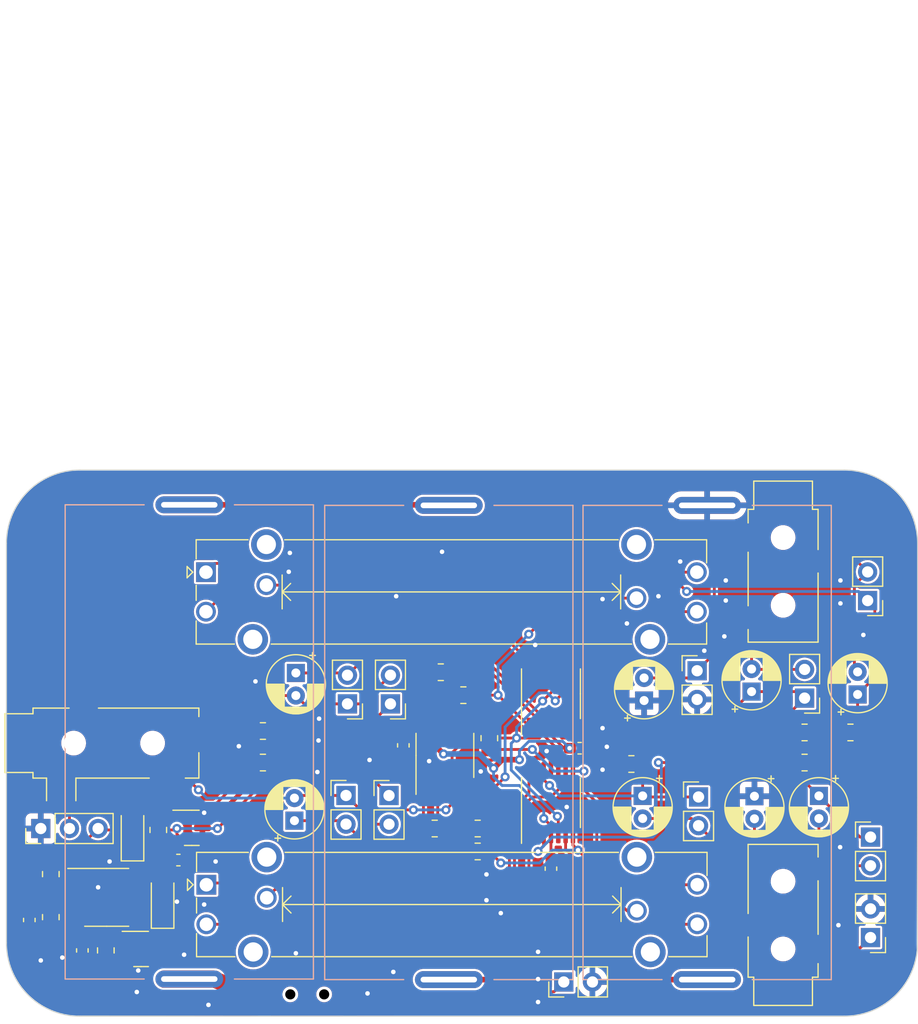
<source format=kicad_pcb>
(kicad_pcb (version 20221018) (generator pcbnew)
  (layers (0 "F.Cu" signal) (31 "B.Cu" signal) (34 "B.Paste" user) (35 "F.Paste" user) (36 "B.SilkS" user "B.Silkscreen") (37 "F.SilkS" user "F.Silkscreen") (38 "B.Mask" user) (39 "F.Mask" user) (44 "Edge.Cuts" user))
  (net 0 "")
  (net 1 "Net-(BT1-+)")
  (net 2 "VEE")
  (net 3 "Net-(BT2-+)")
  (net 4 "Net-(BT3-+)")
  (net 5 "MixR")
  (net 6 "MixL")
  (net 7 "GND")
  (net 8 "MixRef")
  (net 9 "Net-(JP2-A)")
  (net 10 "Net-(JP2-B)")
  (net 11 "Net-(U1A--)")
  (net 12 "Net-(U1B--)")
  (net 13 "Net-(U2A--)")
  (net 14 "Net-(U2B--)")
  (net 15 "Net-(JP7-B)")
  (net 16 "Net-(U4A-+)")
  (net 17 "Net-(JP1-A)")
  (net 18 "Net-(JP1-B)")
  (net 19 "VCC")
  (net 20 "Net-(JP3-A)")
  (net 21 "Net-(JP3-B)")
  (net 22 "Net-(JP5-A)")
  (net 23 "Net-(JP5-B)")
  (net 24 "Net-(JP9-B)")
  (net 25 "Net-(D1-K)")
  (net 26 "Net-(D1-A)")
  (net 27 "Net-(D2-K)")
  (net 28 "Net-(JP8-A)")
  (net 29 "Net-(JP10-A)")
  (net 30 "Net-(JP11-A)")
  (net 31 "InB-L")
  (net 32 "Net-(U3A--)")
  (net 33 "InA-L")
  (net 34 "InA-R")
  (net 35 "Net-(U3B--)")
  (net 36 "InB-R")
  (net 37 "Net-(U1D--)")
  (net 38 "Net-(U1C--)")
  (net 39 "Net-(U2D--)")
  (net 40 "Net-(U2C--)")
  (net 41 "Net-(JP4-A)")
  (net 42 "Net-(JP12-A)")
  (footprint "Connector_PinHeader_2.54mm:PinHeader_1x02_P2.54mm_Vertical" (layer "F.Cu") (at 135.636 103.119)
    (fp_text reference "JP7" hide)
    (fp_text value "Jumper_2_Open" hide)
  )
  (footprint "Resistor_SMD:R_0805_2012Metric_Pad1.20x1.40mm_HandSolder" (layer "F.Cu") (at 128.27 100.203 180)
    (fp_text reference "R4" hide)
    (fp_text value "10k" hide)
  )
  (footprint "Connector_PinHeader_2.54mm:PinHeader_1x02_P2.54mm_Vertical" (layer "F.Cu") (at 139.446 103.124)
    (fp_text reference "JP8" hide)
    (fp_text value "Jumper_2_Open" hide)
  )
  (footprint "Resistor_SMD:R_0805_2012Metric_Pad1.20x1.40mm_HandSolder" (layer "F.Cu") (at 109.474 113.8925 -90)
    (fp_text reference "R16" hide)
    (fp_text value "100k" hide)
  )
  (footprint "Resistor_SMD:R_0805_2012Metric_Pad1.20x1.40mm_HandSolder" (layer "F.Cu") (at 148.336 98.044 90)
    (fp_text reference "R10" hide)
    (fp_text value "100k" hide)
  )
  (footprint "Connector_Audio:C18594" (layer "F.Cu") (at 174.371 113.113 180)
    (fp_text reference "JB1" hide)
    (fp_text value "AudioJack3" hide)
  )
  (footprint "Resistor_SMD:R_0805_2012Metric_Pad1.20x1.40mm_HandSolder" (layer "F.Cu") (at 176.276 100.203 180)
    (fp_text reference "R1" hide)
    (fp_text value "1M" hide)
  )
  (footprint "Potentiometer_THT:Potentiometer_Bourns_PTA3044_Double_Slide" (layer "F.Cu") (at 123.26 111.026)
    (fp_text reference "RV1" hide)
    (fp_text value "100k" hide)
  )
  (footprint "Potentiometer_THT:Potentiometer_Bourns_PTA3044_Double_Slide" (layer "F.Cu") (at 123.225 83.34)
    (fp_text reference "RV2" hide)
    (fp_text value "100k" hide)
  )
  (footprint "Package_SO:SOIC-8_3.9x4.9mm_P1.27mm" (layer "F.Cu") (at 144.399 99.568 90)
    (fp_text reference "U3" hide)
    (fp_text value "LM4808" hide)
  )
  (footprint "Resistor_SMD:R_0805_2012Metric_Pad1.20x1.40mm_HandSolder" (layer "F.Cu") (at 176.276 97.536 180)
    (fp_text reference "R9" hide)
    (fp_text value "1M" hide)
  )
  (footprint "Connector_PinHeader_2.54mm:PinHeader_1x02_P2.54mm_Vertical" (layer "F.Cu") (at 166.878 103.251)
    (fp_text reference "JP2" hide)
    (fp_text value "Jumper_2_Open" hide)
  )
  (footprint "Capacitor_THT:CP_Radial_D5.0mm_P2.00mm" (layer "F.Cu") (at 162.052 94.71 90)
    (fp_text reference "C6" hide)
    (fp_text value "220u" hide)
  )
  (footprint "Resistor_SMD:R_0805_2012Metric_Pad1.20x1.40mm_HandSolder" (layer "F.Cu") (at 114.3485 116.84 90)
    (fp_text reference "R18" hide)
    (fp_text value "100k" hide)
  )
  (footprint "Connector_PinHeader_2.54mm:PinHeader_1x02_P2.54mm_Vertical" (layer "F.Cu") (at 181.864 85.857 180)
    (fp_text reference "JP3" hide)
    (fp_text value "Jumper_2_Open" hide)
  )
  (footprint "Connector_PinHeader_2.54mm:PinHeader_1x02_P2.54mm_Vertical" (layer "F.Cu") (at 182.118 115.702 180)
    (fp_text reference "JP12" hide)
    (fp_text value "Jumper_2_Open" hide)
  )
  (footprint "Connector_PinHeader_2.54mm:PinHeader_1x02_P2.54mm_Vertical" (layer "F.Cu") (at 154.935 119.634 90)
    (fp_text reference "JP11" hide)
    (fp_text value "Jumper_2_Open" hide)
  )
  (footprint "Resistor_SMD:R_0805_2012Metric_Pad1.20x1.40mm_HandSolder" (layer "F.Cu") (at 147.304 108.077 180)
    (fp_text reference "R7" hide)
    (fp_text value "100k" hide)
  )
  (footprint "Resistor_SMD:R_0805_2012Metric_Pad1.20x1.40mm_HandSolder" (layer "F.Cu") (at 160.925 100.33)
    (fp_text reference "R3" hide)
    (fp_text value "1M" hide)
  )
  (footprint "Connector_PinHeader_2.54mm:PinHeader_1x02_P2.54mm_Vertical" (layer "F.Cu") (at 166.751 92.07)
    (fp_text reference "JP4" hide)
    (fp_text value "Jumper_2_Open" hide)
  )
  (footprint "Connector_PinHeader_2.54mm:PinHeader_1x02_P2.54mm_Vertical" (layer "F.Cu") (at 135.763 95.006 180)
    (fp_text reference "JP9" hide)
    (fp_text value "Jumper_2_Open" hide)
  )
  (footprint "Package_SO:TSSOP-14_4.4x5mm_P0.65mm" (layer "F.Cu") (at 153.797 94.107 90)
    (fp_text reference "U2" hide)
    (fp_text value "TLV9064" hide)
  )
  (footprint "Resistor_SMD:R_0805_2012Metric_Pad1.20x1.40mm_HandSolder" (layer "F.Cu") (at 109.474 110.0825 -90)
    (fp_text reference "R17" hide)
    (fp_text value "100k" hide)
  )
  (footprint "Connector_Audio:Jack_3.5mm_CUI_SJ-3524-SMT_Horizontal" (layer "F.Cu") (at 113.995 98.4805 90)
    (fp_text reference "J1" hide)
    (fp_text value "AudioJack3_Ground" hide)
  )
  (footprint "Resistor_SMD:R_0805_2012Metric_Pad1.20x1.40mm_HandSolder" (layer "F.Cu") (at 147.304 106.045 180)
    (fp_text reference "R2" hide)
    (fp_text value "100k" hide)
  )
  (footprint "Resistor_SMD:R_0805_2012Metric_Pad1.20x1.40mm_HandSolder" (layer "F.Cu") (at 146.034 94.234 180)
    (fp_text reference "R11" hide)
    (fp_text value "100k" hide)
  )
  (footprint "Capacitor_SMD:C_0603_1608Metric_Pad1.08x0.95mm_HandSolder" (layer "F.Cu") (at 107.569 114.1465 -90)
    (fp_text reference "C3" hide)
    (fp_text value "100n" hide)
  )
  (footprint "Button_Switch_SMD:C128955" (layer "F.Cu") (at 132.197 120.734 180)
    (fp_text reference "SW1" hide)
    (fp_text value "SW_SPDT" hide)
  )
  (footprint "Resistor_SMD:R_0805_2012Metric_Pad1.20x1.40mm_HandSolder" (layer "F.Cu") (at 128.27 97.409 180)
    (fp_text reference "R5" hide)
    (fp_text value "10k" hide)
  )
  (footprint "Capacitor_THT:CP_Radial_D5.0mm_P2.00mm" (layer "F.Cu") (at 180.975 94.173113 90)
    (fp_text reference "C10" hide)
    (fp_text value "220u" hide)
  )
  (footprint "Connector_PinHeader_2.54mm:PinHeader_1x02_P2.54mm_Vertical" (layer "F.Cu") (at 139.573 95.006 180)
    (fp_text reference "JP10" hide)
    (fp_text value "Jumper_2_Open" hide)
  )
  (footprint "Capacitor_THT:CP_Radial_D5.0mm_P2.00mm" (layer "F.Cu") (at 171.577 93.919112 90)
    (fp_text reference "C11" hide)
    (fp_text value "220u" hide)
  )
  (footprint "Package_TO_SOT_SMD:SOT-23" (layer "F.Cu") (at 121.9685 105.984)
    (fp_text reference "Q1" hide)
    (fp_text value "MMBT3904" hide)
  )
  (footprint "Diode_SMD:D_SOD-123" (layer "F.Cu") (at 116.713 106.553 90)
    (fp_text reference "D1" hide)
    (fp_text value "1N4148" hide)
  )
  (footprint "Capacitor_THT:CP_Radial_D5.0mm_P2.00mm" (layer "F.Cu") (at 131.191 92.267888 -90)
    (fp_text reference "C13" hide)
    (fp_text value "220u" hide)
  )
  (footprint "Diode_SMD:D_SOD-123" (layer "F.Cu") (at 119.38 112.522 90)
    (fp_text reference "D2" hide)
    (fp_text value "1N4148" hide)
  )
  (footprint "Capacitor_THT:CP_Radial_D5.0mm_P2.00mm" (layer "F.Cu") (at 131.064 105.349113 90)
    (fp_text reference "C2" hide)
    (fp_text value "220u" hide)
  )
  (footprint "Package_SO:SOIC-8_3.9x4.9mm_P1.27mm" (layer "F.Cu") (at 114.427 112.141)
    (fp_text reference "U4" hide)
    (fp_text value "LM358" hide)
  )
  (footprint "Resistor_SMD:R_0805_2012Metric_Pad1.20x1.40mm_HandSolder" (layer "F.Cu") (at 180.34 97.536)
    (fp_text reference "R8" hide)
    (fp_text value "1M" hide)
  )
  (footprint "Capacitor_SMD:C_0603_1608Metric_Pad1.08x0.95mm_HandSolder" (layer "F.Cu") (at 140.716 98.679 90)
    (fp_text reference "C8" hide)
    (fp_text value "100n" hide)
  )
  (footprint "Connector_PinHeader_2.54mm:PinHeader_1x02_P2.54mm_Vertical" (layer "F.Cu") (at 182.118 106.802)
    (fp_text reference "JP1" hide)
    (fp_text value "Jumper_2_Open" hide)
  )
  (footprint "Capacitor_THT:CP_Radial_D5.0mm_P2.00mm" (layer "F.Cu") (at 177.546 103.156 -90)
    (fp_text reference "C5" hide)
    (fp_text value "220u" hide)
  )
  (footprint "Capacitor_SMD:C_0603_1608Metric_Pad1.08x0.95mm_HandSolder" (layer "F.Cu") (at 153.797 109.601 90)
    (fp_text reference "C7" hide)
    (fp_text value "100n" hide)
  )
  (footprint "Capacitor_SMD:C_0603_1608Metric_Pad1.08x0.95mm_HandSolder" (layer "F.Cu") (at 112.268 116.84 -90)
    (fp_text reference "C4" hide)
    (fp_text value "100n" hide)
  )
  (footprint "Resistor_SMD:R_0805_2012Metric_Pad1.20x1.40mm_HandSolder" (layer "F.Cu") (at 143.494 106.045 180)
    (fp_text reference "R6" hide)
    (fp_text value "100k" hide)
  )
  (footprint "Resistor_SMD:R_0805_2012Metric_Pad1.20x1.40mm_HandSolder" (layer "F.Cu") (at 144.034 92.202 180)
    (fp_text reference "R12" hide)
    (fp_text value "100k" hide)
  )
  (footprint "Capacitor_SMD:C_0603_1608Metric_Pad1.08x0.95mm_HandSolder" (layer "F.Cu") (at 120.777 108.839)
    (fp_text reference "C14" hide)
    (fp_text value "100n" hide)
  )
  (footprint "Connector_PinHeader_2.54mm:PinHeader_1x03_P2.54mm_Vertical" (layer "F.Cu") (at 108.585 106.045 90)
    (fp_text reference "JP6" hide)
    (fp_text value "Jumper_3_Open" hide)
  )
  (footprint "Package_TO_SOT_SMD:SOT-23" (layer "F.Cu") (at 117.475 116.713)
    (fp_text reference "Q2" hide)
    (fp_text value "MMBT3906" hide)
  )
  (footprint "Connector_Audio:C18594" (layer "F.Cu") (at 174.371 83.876)
    (fp_text reference "JB2" hide)
    (fp_text value "AudioJack3" hide)
  )
  (footprint "Resistor_SMD:R_0805_2012Metric_Pad1.20x1.40mm_HandSolder" (layer "F.Cu") (at 118.999 106.172 -90)
    (fp_text reference "R19" hide)
    (fp_text value "100k" hide)
  )
  (footprint "Package_SO:TSSOP-14_4.4x5mm_P0.65mm" (layer "F.Cu") (at 153.797 103.759 90)
    (fp_text reference "U1" hide)
    (fp_text value "TLV9064" hide)
  )
  (footprint "Capacitor_THT:CP_Radial_D5.0mm_P2.00mm" (layer "F.Cu") (at 171.831 103.184888 -90)
    (fp_text reference "C9" hide)
    (fp_text value "220u" hide)
  )
  (footprint "Connector_PinHeader_2.54mm:PinHeader_1x02_P2.54mm_Vertical" (layer "F.Cu") (at 176.276 94.493 180)
    (fp_text reference "JP5" hide)
    (fp_text value "Jumper_2_Open" hide)
  )
  (footprint "Capacitor_SMD:C_0603_1608Metric_Pad1.08x0.95mm_HandSolder" (layer "F.Cu") (at 156.337 98.933 180)
    (fp_text reference "C12" hide)
    (fp_text value "100n" hide)
  )
  (footprint "Capacitor_THT:CP_Radial_D5.0mm_P2.00mm" (layer "F.Cu") (at 161.925 103.156 -90)
    (fp_text reference "C1" hide)
    (fp_text value "220u" hide)
  )
  (footprint "Battery:Ni-Cd" (layer "B.Cu") (at 121.745 98.375 90)
    (fp_text reference "BT3" hide)
    (fp_text value "PKCELL SC2200mAh 37E1731 NI-CD" hide)
  )
  (footprint "Battery:Ni-Cd" (layer "B.Cu") (at 167.64 98.425 90)
    (fp_text reference "BT1" hide)
    (fp_text value "PKCELL SC2200mAh 37E1731 NI-CD" hide)
  )
  (footprint "Battery:Ni-Cd" (layer "B.Cu") (at 144.745 98.425 -90)
    (fp_text reference "BT2" hide)
    (fp_text value "PKCELL SC2200mAh 37E1731 NI-CD" hide)
  )
  (gr_line (start 105.537 116.166) (end 105.537 80.795) (stroke (width 0.1)) (layer "Edge.Cuts"))
  (gr_line (start 112.037 74.295) (end 179.792999 74.295) (stroke (width 0.1)) (layer "Edge.Cuts"))
  (gr_arc (start 179.792999 74.295) (mid 184.389193 76.198806) (end 186.292999 80.795) (stroke (width 0.1)) (layer "Edge.Cuts"))
  (gr_arc (start 105.537 80.795) (mid 107.440806 76.198806) (end 112.037 74.295) (stroke (width 0.1)) (layer "Edge.Cuts"))
  (gr_line (start 186.292999 80.795) (end 186.292999 116.166) (stroke (width 0.1)) (layer "Edge.Cuts"))
  (gr_line (start 179.792999 122.666) (end 112.037 122.666) (stroke (width 0.1)) (layer "Edge.Cuts"))
  (gr_arc (start 186.292999 116.166) (mid 184.389193 120.762194) (end 179.792999 122.666) (stroke (width 0.1)) (layer "Edge.Cuts"))
  (gr_arc (start 112.037 122.666) (mid 107.440806 120.762194) (end 105.537 116.166) (stroke (width 0.1)) (layer "Edge.Cuts"))
  (segment (start 144.745 119.425) (end 150.704 119.425) (width 0.5) (layer "F.Cu") (net 1))
  (segment (start 152.146 117.983) (end 158.242 117.983) (width 0.5) (layer "F.Cu") (net 1))
  (segment (start 158.242 117.983) (end 159.684 119.425) (width 0.5) (layer "F.Cu") (net 1))
  (segment (start 159.684 119.425) (end 167.64 119.425) (width 0.5) (layer "F.Cu") (net 1))
  (segment (start 150.704 119.425) (end 152.146 117.983) (width 0.5) (layer "F.Cu") (net 1))
  (via (at 110.49 117.475) (size 0.8) (drill 0.4) (layers "F.Cu" "B.Cu") (net 2))
  (via (at 131.191 117.094) (size 0.8) (drill 0.4) (layers "F.Cu" "B.Cu") (net 2))
  (via (at 152.654 121.412) (size 0.8) (drill 0.4) (layers "F.Cu" "B.Cu") (net 2))
  (via (at 139.827 118.745) (size 0.8) (drill 0.4) (layers "F.Cu" "B.Cu") (net 2))
  (via (at 179.451 84.074) (size 0.8) (drill 0.4) (layers "F.Cu" "B.Cu") (net 2))
  (via (at 148.082 110.109) (size 0.8) (drill 0.4) (layers "F.Cu" "B.Cu") (net 2))
  (via (at 120.65 112.522) (size 0.8) (drill 0.4) (layers "F.Cu" "B.Cu") (net 2))
  (via (at 140.081 85.471) (size 0.8) (drill 0.4) (layers "F.Cu" "B.Cu") (net 2))
  (via (at 163.322 85.471) (size 0.8) (drill 0.4) (layers "F.Cu" "B.Cu") (net 2))
  (via (at 117.094 120.523) (size 0.8) (drill 0.4) (layers "F.Cu" "B.Cu") (net 2))
  (via (at 133.1976 98.2472) (size 0.8) (drill 0.4) (layers "F.Cu" "B.Cu") (net 2))
  (via (at 169.291 84.074) (size 0.8) (drill 0.4) (layers "F.Cu" "B.Cu") (net 2))
  (via (at 123.444 121.666) (size 0.8) (drill 0.4) (layers "F.Cu" "B.Cu") (net 2))
  (via (at 127.6096 93.0148) (size 0.8) (drill 0.4) (layers "F.Cu" "B.Cu") (net 2))
  (via (at 148.082 112.395) (size 0.8) (drill 0.4) (layers "F.Cu" "B.Cu") (net 2))
  (via (at 152.654 119.38) (size 0.8) (drill 0.4) (layers "F.Cu" "B.Cu") (net 2))
  (via (at 133.2484 96.3168) (size 0.8) (drill 0.4) (layers "F.Cu" "B.Cu") (net 2))
  (via (at 181.483 88.9) (size 0.8) (drill 0.4) (layers "F.Cu" "B.Cu") (net 2))
  (via (at 117.221 118.618) (size 0.8) (drill 0.4) (layers "F.Cu" "B.Cu") (net 2))
  (via (at 158.369 97.155) (size 0.8) (drill 0.4) (layers "F.Cu" "B.Cu") (net 2))
  (via (at 114.681 108.966) (size 0.8) (drill 0.4) (layers "F.Cu" "B.Cu") (net 2))
  (via (at 121.285 117.221) (size 0.8) (drill 0.4) (layers "F.Cu" "B.Cu") (net 2))
  (via (at 130.560299 83.307701) (size 0.8) (drill 0.4) (layers "F.Cu" "B.Cu") (net 2))
  (via (at 123.063 112.776) (size 0.8) (drill 0.4) (layers "F.Cu" "B.Cu") (net 2))
  (via (at 153.416 99.187) (size 0.8) (drill 0.4) (layers "F.Cu" "B.Cu") (net 2))
  (via (at 137.7188 99.9744) (size 0.8) (drill 0.4) (layers "F.Cu" "B.Cu") (net 2))
  (via (at 155.194 104.14) (size 0.8) (drill 0.4) (layers "F.Cu" "B.Cu") (net 2))
  (via (at 149.352 113.538) (size 0.8) (drill 0.4) (layers "F.Cu" "B.Cu") (net 2))
  (via (at 130.6576 81.6356) (size 0.8) (drill 0.4) (layers "F.Cu" "B.Cu") (net 2))
  (via (at 124.079 108.966) (size 0.8) (drill 0.4) (layers "F.Cu" "B.Cu") (net 2))
  (via (at 179.4256 107.696) (size 0.8) (drill 0.4) (layers "F.Cu" "B.Cu") (net 2))
  (via (at 152.654 116.967) (size 0.8) (drill 0.4) (layers "F.Cu" "B.Cu") (net 2))
  (via (at 165.2524 82.3976) (size 0.8) (drill 0.4) (layers "F.Cu" "B.Cu") (net 2))
  (via (at 133.096 101.0412) (size 0.8) (drill 0.4) (layers "F.Cu" "B.Cu") (net 2))
  (via (at 147.574 100.9904) (size 0.8) (drill 0.4) (layers "F.Cu" "B.Cu") (net 2))
  (via (at 152.4 89.789) (size 0.8) (drill 0.4) (layers "F.Cu" "B.Cu") (net 2))
  (via (at 169.291 85.852) (size 0.8) (drill 0.4) (layers "F.Cu" "B.Cu") (net 2))
  (via (at 137.541 120.65) (size 0.8) (drill 0.4) (layers "F.Cu" "B.Cu") (net 2))
  (via (at 158.369 85.725) (size 0.8) (drill 0.4) (layers "F.Cu" "B.Cu") (net 2))
  (via (at 113.665 111.252) (size 0.8) (drill 0.4) (layers "F.Cu" "B.Cu") (net 2))
  (via (at 179.2732 114.6048) (size 0.8) (drill 0.4) (layers "F.Cu" "B.Cu") (net 2))
  (via (at 167.386 90.297) (size 0.8) (drill 0.4) (layers "F.Cu" "B.Cu") (net 2))
  (via (at 108.585 117.729) (size 0.8) (drill 0.4) (layers "F.Cu" "B.Cu") (net 2))
  (via (at 169.164 89.027) (size 0.8) (drill 0.4) (layers "F.Cu" "B.Cu") (net 2))
  (via (at 143.002 100.076) (size 0.8) (drill 0.4) (layers "F.Cu" "B.Cu") (net 2))
  (via (at 126.1364 98.7552) (size 0.8) (drill 0.4) (layers "F.Cu" "B.Cu") (net 2))
  (via (at 179.451 86.106) (size 0.8) (drill 0.4) (layers "F.Cu" "B.Cu") (net 2))
  (via (at 144.145 81.534) (size 0.8) (drill 0.4) (layers "F.Cu" "B.Cu") (net 2))
  (via (at 123.063 104.648) (size 0.8) (drill 0.4) (layers "F.Cu" "B.Cu") (net 2))
  (via (at 158.75 98.806) (size 0.8) (drill 0.4) (layers "F.Cu" "B.Cu") (net 2))
  (via (at 158.369 100.838) (size 0.8) (drill 0.4) (layers "F.Cu" "B.Cu") (net 2))
  (via (at 160.528 87.884) (size 0.8) (drill 0.4) (layers "F.Cu" "B.Cu") (net 2))
  (segment (start 121.745 77.375) (end 144.695 77.375) (width 0.5) (layer "F.Cu") (net 3))
  (segment (start 144.695 77.375) (end 144.745 77.425) (width 0.25) (layer "F.Cu") (net 3))
  (segment (start 123.947 119.375) (end 121.745 119.375) (width 0.508) (layer "F.Cu") (net 4))
  (segment (start 135.773 94.996) (end 135.763 95.006) (width 0.25) (layer "F.Cu") (net 5))
  (segment (start 135.763 95.006) (end 131.929112 95.006) (width 0.25) (layer "F.Cu") (net 5))
  (segment (start 137.033 95.006) (end 139.573 92.466) (width 0.25) (layer "F.Cu") (net 5))
  (segment (start 112.907612 94.267888) (end 112.395 94.7805) (width 0.25) (layer "F.Cu") (net 5))
  (segment (start 131.191 94.267888) (end 112.907612 94.267888) (width 0.25) (layer "F.Cu") (net 5))
  (segment (start 131.929112 95.006) (end 131.191 94.267888) (width 0.25) (layer "F.Cu") (net 5))
  (segment (start 135.763 95.006) (end 137.033 95.006) (width 0.25) (layer "F.Cu") (net 5))
  (segment (start 122.555 102.616) (end 122.1195 102.1805) (width 0.25) (layer "F.Cu") (net 6))
  (segment (start 135.636 103.119) (end 131.294113 103.119) (width 0.25) (layer "F.Cu") (net 6))
  (segment (start 138.181 105.664) (end 135.636 103.119) (width 0.25) (layer "F.Cu") (net 6))
  (segment (start 139.446 105.664) (end 138.181 105.664) (width 0.25) (layer "F.Cu") (net 6))
  (segment (start 122.1195 102.1805) (end 119.795 102.1805) (width 0.25) (layer "F.Cu") (net 6))
  (segment (start 131.294113 103.119) (end 131.064 103.349113) (width 0.25) (layer "F.Cu") (net 6))
  (via (at 122.555 102.616) (size 0.8) (drill 0.4) (layers "F.Cu" "B.Cu") (net 6))
  (segment (start 123.288113 103.349113) (end 122.555 102.616) (width 0.25) (layer "B.Cu") (net 6))
  (segment (start 131.064 103.349113) (end 123.542113 103.349113) (width 0.25) (layer "B.Cu") (net 6))
  (segment (start 123.542113 103.349113) (end 123.288113 103.349113) (width 0.25) (layer "B.Cu") (net 6))
  (segment (start 174.625 98.933) (end 177.276 98.933) (width 0.25) (layer "F.Cu") (net 7))
  (segment (start 154.447 99.958) (end 154.447 100.8965) (width 0.25) (layer "F.Cu") (net 7))
  (segment (start 112.268 115.9775) (end 113.252 114.9935) (width 0.25) (layer "F.Cu") (net 7))
  (segment (start 110.977 111.506) (end 111.952 111.506) (width 0.25) (layer "F.Cu") (net 7))
  (segment (start 144.4885 104.394) (end 145.034 103.8485) (width 0.25) (layer "F.Cu") (net 7))
  (segment (start 154.447 105.044) (end 154.447 106.6215) (width 0.25) (layer "F.Cu") (net 7))
  (segment (start 174.253 99.305) (end 174.625 98.933) (width 0.25) (layer "F.Cu") (net 7))
  (segment (start 177.276 100.203) (end 177.276 98.933) (width 0.25) (layer "F.Cu") (net 7))
  (segment (start 154.571 99.834) (end 154.571 99.203396) (width 0.25) (layer "F.Cu") (net 7))
  (segment (start 120.65 106.045) (end 120.65 106.553) (width 0.25) (layer "F.Cu") (net 7))
  (segment (start 113.792 106.172) (end 113.665 106.045) (width 0.25) (layer "F.Cu") (net 7))
  (segment (start 146.304 98.068) (end 145.034 99.338) (width 0.25) (layer "F.Cu") (net 7))
  (segment (start 113.252 114.9935) (end 113.252 112.429248) (width 0.25) (layer "F.Cu") (net 7))
  (segment (start 110.652 109.058) (end 110.652 111.181) (width 0.25) (layer "F.Cu") (net 7))
  (segment (start 113.252 112.429248) (end 112.328752 111.506) (width 0.25) (layer "F.Cu") (net 7))
  (segment (start 153.147 96.9695) (end 153.147 97.658042) (width 0.25) (layer "F.Cu") (net 7))
  (segment (start 152.773042 98.032) (end 150.749 98.032) (width 0.25) (layer "F.Cu") (net 7))
  (segment (start 153.147 97.779396) (end 153.147 96.9695) (width 0.25) (layer "F.Cu") (net 7))
  (segment (start 120.65 106.045) (end 120.523 106.172) (width 0.25) (layer "F.Cu") (net 7))
  (segment (start 179.34 97.536) (end 177.276 97.536) (width 0.25) (layer "F.Cu") (net 7))
  (segment (start 159.925 100.33) (end 159.429 99.834) (width 0.25) (layer "F.Cu") (net 7))
  (segment (start 128.434 101.854) (end 136.652 101.854) (width 0.25) (layer "F.Cu") (net 7))
  (segment (start 116.5375 117.663) (end 115.7895 116.915) (width 0.25) (layer "F.Cu") (net 7))
  (segment (start 115.7895 116.915) (end 113.2055 116.915) (width 0.25) (layer "F.Cu") (net 7))
  (segment (start 124.243 106.045) (end 128.434 101.854) (width 0.25) (layer "F.Cu") (net 7))
  (segment (start 154.571 99.203396) (end 153.147 97.779396) (width 0.25) (layer "F.Cu") (net 7))
  (segment (start 146.304 97.093) (end 146.304 98.068) (width 0.25) (layer "F.Cu") (net 7))
  (segment (start 137.287 103.12462) (end 138.55638 104.394) (width 0.25) (layer "F.Cu") (net 7))
  (segment (start 145.034 99.338) (end 145.034 102.043) (width 0.25) (layer "F.Cu") (net 7))
  (segment (start 154.3685 104.9655) (end 154.447 105.044) (width 0.25) (layer "F.Cu") (net 7))
  (segment (start 159.429 99.834) (end 154.772 99.834) (width 0.25) (layer "F.Cu") (net 7))
  (segment (start 177.276 98.933) (end 177.276 97.536) (width 0.25) (layer "F.Cu") (net 7))
  (segment (start 153.147 97.658042) (end 152.773042 98.032) (width 0.25) (layer "F.Cu") (net 7))
  (segment (start 120.523 106.172) (end 113.792 106.172) (width 0.25) (layer "F.Cu") (net 7))
  (segment (start 136.652 101.854) (end 137.287 102.489) (width 0.25) (layer "F.Cu") (net 7))
  (segment (start 150.749 98.032) (end 147.243 98.032) (width 0.25) (layer "F.Cu") (net 7))
  (segment (start 159.925 100.33) (end 160.95 99.305) (width 0.25) (layer "F.Cu") (net 7))
  (segment (start 112.328752 111.506) (end 111.952 111.506) (width 0.25) (layer "F.Cu") (net 7))
  (segment (start 154.447 93.3675) (end 153.05805 94.75645) (width 0.25) (layer "F.Cu") (net 7))
  (segment (start 113.2055 116.915) (end 112.268 115.9775) (width 0.25) (layer "F.Cu") (net 7))
  (segment (start 154.772 99.834) (end 154.571 99.834) (width 0.25) (layer "F.Cu") (net 7))
  (segment (start 160.95 99.305) (end 174.253 99.305) (width 0.25) (layer "F.Cu") (net 7))
  (segment (start 147.243 98.032) (end 146.304 97.093) (width 0.25) (layer "F.Cu") (net 7))
  (segment (start 113.665 106.045) (end 110.652 109.058) (width 0.25) (layer "F.Cu") (net 7))
  (segment (start 138.55638 104.394) (end 141.605 104.394) (width 0.25) (layer "F.Cu") (net 7))
  (segment (start 110.652 111.181) (end 110.977 111.506) (width 0.25) (layer "F.Cu") (net 7))
  (segment (start 154.571 99.834) (end 154.447 99.958) (width 0.25) (layer "F.Cu") (net 7))
  (segment (start 145.034 103.8485) (end 145.034 102.043) (width 0.25) (layer "F.Cu") (net 7))
  (segment (start 154.447 91.2445) (end 154.447 93.3675) (width 0.25) (layer "F.Cu") (net 7))
  (segment (start 120.65 106.553) (end 121.031 106.934) (width 0.25) (layer "F.Cu") (net 7))
  (segment (start 137.287 102.489) (end 137.287 103.12462) (width 0.25) (layer "F.Cu") (net 7))
  (via (at 150.749 98.032) (size 0.8) (drill 0.4) (layers "F.Cu" "B.Cu") (net 7))
  (via (at 153.05805 94.75645) (size 0.8) (drill 0.4) (layers "F.Cu" "B.Cu") (net 7))
  (via (at 124.243 106.045) (size 0.8) (drill 0.4) (layers "F.Cu" "B.Cu") (net 7))
  (via (at 144.4885 104.394) (size 0.8) (drill 0.4) (layers "F.Cu" "B.Cu") (net 7))
  (via (at 154.3685 104.9655) (size 0.8) (drill 0.4) (layers "F.Cu" "B.Cu") (net 7))
  (via (at 120.65 106.045) (size 0.8) (drill 0.4) (layers "F.Cu" "B.Cu") (net 7))
  (via (at 141.605 104.394) (size 0.8) (drill 0.4) (layers "F.Cu" "B.Cu") (net 7))
  (segment (start 150.278 98.503) (end 150.749 98.032) (width 0.25) (layer "B.Cu") (net 7))
  (segment (start 150.749 97.0655) (end 150.749 98.032) (width 0.25) (layer "B.Cu") (net 7))
  (segment (start 141.605 104.394) (end 144.4885 104.394) (width 0.25) (layer "B.Cu") (net 7))
  (segment (start 150.278 100.875) (end 150.278 98.503) (width 0.25) (layer "B.Cu") (net 7))
  (segment (start 153.05805 94.75645) (end 150.749 97.0655) (width 0.25) (layer "B.Cu") (net 7))
  (segment (start 120.65 106.045) (end 124.243 106.045) (width 0.25) (layer "B.Cu") (net 7))
  (segment (start 154.3685 104.9655) (end 150.278 100.875) (width 0.25) (layer "B.Cu") (net 7))
  (segment (start 124.0595 103.9055) (end 127.27 100.695) (width 0.25) (layer "F.Cu") (net 8))
  (segment (start 127.27 97.409) (end 127.27 100.203) (width 0.25) (layer "F.Cu") (net 8))
  (segment (start 111.88625 103.9055) (end 124.0595 103.9055) (width 0.25) (layer "F.Cu") (net 8))
  (segment (start 110.395 102.1805) (end 110.395 102.41425) (width 0.25) (layer "F.Cu") (net 8))
  (segment (start 127.27 100.695) (end 127.27 100.203) (width 0.25) (layer "F.Cu") (net 8))
  (segment (start 111.125 102.9105) (end 111.125 106.045) (width 0.25) (layer "F.Cu") (net 8))
  (segment (start 110.395 102.1805) (end 111.125 102.9105) (width 0.25) (layer "F.Cu") (net 8))
  (segment (start 110.395 102.41425) (end 111.88625 103.9055) (width 0.25) (layer "F.Cu") (net 8))
  (segment (start 153.147 101.712) (end 153.147 100.8965) (width 0.25) (layer "F.Cu") (net 9))
  (segment (start 161.925 103.156) (end 161.925 100.33) (width 0.25) (layer "F.Cu") (net 9))
  (segment (start 166.878 103.251) (end 162.02 103.251) (width 0.25) (layer "F.Cu") (net 9))
  (segment (start 153.67 102.235) (end 153.147 101.712) (width 0.25) (layer "F.Cu") (net 9))
  (segment (start 162.02 103.251) (end 161.925 103.156) (width 0.25) (layer "F.Cu") (net 9))
  (via (at 153.67 102.235) (size 0.8) (drill 0.4) (layers "F.Cu" "B.Cu") (net 9))
  (segment (start 154.591 103.156) (end 161.925 103.156) (width 0.25) (layer "B.Cu") (net 9))
  (segment (start 153.67 102.235) (end 154.591 103.156) (width 0.25) (layer "B.Cu") (net 9))
  (segment (start 161.925 105.156) (end 166.243 105.156) (width 0.25) (layer "F.Cu") (net 10))
  (segment (start 166.878 105.791) (end 170.371 109.284) (width 0.25) (layer "F.Cu") (net 10))
  (segment (start 166.243 105.156) (end 166.878 105.791) (width 0.25) (layer "F.Cu") (net 10))
  (segment (start 170.371 109.284) (end 170.371 114.613) (width 0.25) (layer "F.Cu") (net 10))
  (segment (start 151.847 109.773) (end 151.847 106.6215) (width 0.25) (layer "F.Cu") (net 11))
  (segment (start 147.094 114.526) (end 151.847 109.773) (width 0.25) (layer "F.Cu") (net 11))
  (segment (start 123.26 114.526) (end 147.094 114.526) (width 0.25) (layer "F.Cu") (net 11))
  (segment (start 152.497 106.6215) (end 151.847 106.6215) (width 0.25) (layer "F.Cu") (net 11))
  (segment (start 160.535 113.326) (end 155.097 107.888) (width 0.25) (layer "F.Cu") (net 12))
  (segment (start 161.41 113.326) (end 160.535 113.326) (width 0.25) (layer "F.Cu") (net 12))
  (segment (start 155.097 107.888) (end 155.097 106.6215) (width 0.25) (layer "F.Cu") (net 12))
  (segment (start 152.497 96.232) (end 152.497 96.9695) (width 0.25) (layer "F.Cu") (net 13))
  (segment (start 140.755 84.49) (end 152.497 96.232) (width 0.25) (layer "F.Cu") (net 13))
  (segment (start 128.575 84.49) (end 140.755 84.49) (width 0.25) (layer "F.Cu") (net 13))
  (segment (start 130.268 84.04) (end 140.941396 84.04) (width 0.25) (layer "F.Cu") (net 14))
  (segment (start 123.225 86.84) (end 127.007 83.058) (width 0.25) (layer "F.Cu") (net 14))
  (segment (start 129.286 83.058) (end 130.268 84.04) (width 0.25) (layer "F.Cu") (net 14))
  (segment (start 154.75 95.885) (end 155.097 96.232) (width 0.25) (layer "F.Cu") (net 14))
  (segment (start 155.097 96.232) (end 155.097 96.9695) (width 0.25) (layer "F.Cu") (net 14))
  (segment (start 127.007 83.058) (end 129.286 83.058) (width 0.25) (layer "F.Cu") (net 14))
  (segment (start 140.941396 84.04) (end 152.786396 95.885) (width 0.25) (layer "F.Cu") (net 14))
  (segment (start 155.747 96.9695) (end 155.097 96.9695) (width 0.25) (layer "F.Cu") (net 14))
  (segment (start 152.786396 95.885) (end 154.75 95.885) (width 0.25) (layer "F.Cu") (net 14))
  (segment (start 140.97 107.569) (end 142.494 106.045) (width 0.25) (layer "F.Cu") (net 15))
  (segment (start 142.494 106.045) (end 142.494 102.043) (width 0.25) (layer "F.Cu") (net 15))
  (segment (start 131.064 105.349113) (end 135.326113 105.349113) (width 0.25) (layer "F.Cu") (net 15))
  (segment (start 135.326113 105.349113) (end 135.636 105.659) (width 0.25) (layer "F.Cu") (net 15))
  (segment (start 137.546 107.569) (end 140.97 107.569) (width 0.25) (layer "F.Cu") (net 15))
  (segment (start 135.636 105.659) (end 137.546 107.569) (width 0.25) (layer "F.Cu") (net 15))
  (segment (start 109.474 112.8925) (end 107.9605 112.8925) (width 0.25) (layer "F.Cu") (net 16))
  (segment (start 109.474 111.0825) (end 109.474 112.8925) (width 0.25) (layer "F.Cu") (net 16))
  (segment (start 109.5905 112.776) (end 109.474 112.8925) (width 0.25) (layer "F.Cu") (net 16))
  (segment (start 111.952 112.776) (end 109.5905 112.776) (width 0.25) (layer "F.Cu") (net 16))
  (segment (start 107.9605 112.8925) (end 107.569 113.284) (width 0.25) (layer "F.Cu") (net 16))
  (segment (start 175.276 100.886) (end 177.546 103.156) (width 0.25) (layer "F.Cu") (net 17))
  (segment (start 152.654 108.077) (end 153.147 107.584) (width 0.25) (layer "F.Cu") (net 17))
  (segment (start 175.276 100.203) (end 175.276 100.886) (width 0.25) (layer "F.Cu") (net 17))
  (segment (start 153.147 107.584) (end 153.147 106.6215) (width 0.25) (layer "F.Cu") (net 17))
  (segment (start 181.192 106.802) (end 177.546 103.156) (width 0.25) (layer "F.Cu") (net 17))
  (segment (start 175.276 100.203) (end 163.322 100.203) (width 0.25) (layer "F.Cu") (net 17))
  (segment (start 182.118 106.802) (end 181.192 106.802) (width 0.25) (layer "F.Cu") (net 17))
  (via (at 152.654 108.077) (size 0.8) (drill 0.4) (layers "F.Cu" "B.Cu") (net 17))
  (via (at 163.322 100.203) (size 0.8) (drill 0.4) (layers "F.Cu" "B.Cu") (net 17))
  (segment (start 153.924 106.807) (end 152.654 108.077) (width 0.25) (layer "B.Cu") (net 17))
  (segment (start 162.814 106.807) (end 153.924 106.807) (width 0.25) (layer "B.Cu") (net 17))
  (segment (start 163.322 100.203) (end 163.576 100.457) (width 0.25) (layer "B.Cu") (net 17))
  (segment (start 163.576 106.045) (end 162.814 106.807) (width 0.25) (layer "B.Cu") (net 17))
  (segment (start 163.576 100.457) (end 163.576 106.045) (width 0.25) (layer "B.Cu") (net 17))
  (segment (start 177.546 108.788) (end 177.546 105.156) (width 0.25) (layer "F.Cu") (net 18))
  (segment (start 182.118 109.342) (end 178.642 109.342) (width 0.25) (layer "F.Cu") (net 18))
  (segment (start 178.371 109.613) (end 177.546 108.788) (width 0.25) (layer "F.Cu") (net 18))
  (segment (start 178.642 109.342) (end 178.371 109.613) (width 0.25) (layer "F.Cu") (net 18))
  (segment (start 117.641 119.468) (end 110.959 119.468) (width 0.5) (layer "F.Cu") (net 19))
  (segment (start 124.714 115.951) (end 125.489 115.176) (width 0.5) (layer "F.Cu") (net 19))
  (segment (start 139.4295 99.103) (end 128.65076 99.103) (width 0.4) (layer "F.Cu") (net 19))
  (segment (start 151.003 99.949) (end 149.479 99.949) (width 0.5) (layer "F.Cu") (net 19))
  (segment (start 129.947 118.659) (end 129.872 118.734) (width 0.5) (layer "F.Cu") (net 19))
  (segment (start 155.4745 98.933) (end 155.448 98.933) (width 0.25) (layer "F.Cu") (net 19))
  (segment (start 121.6395 108.839) (end 121.6395 108.248878) (width 0.5) (layer "F.Cu") (net 19))
  (segment (start 123.734 105.156) (end 122.906 105.984) (width 0.4) (layer "F.Cu") (net 19))
  (segment (start 119.65 107.823) (end 122.065378 107.823) (width 0.5) (layer "F.Cu") (net 19))
  (segment (start 154.937 98.933) (end 153.797 97.793) (width 0.25) (layer "F.Cu") (net 19))
  (segment (start 142.494 97.663) (end 142.494 97.093) (width 0.5) (layer "F.Cu") (net 19))
  (segment (start 122.906 105.984) (end 123.19325 105.984) (width 0.4) (layer "F.Cu") (net 19))
  (segment (start 142.494 97.093) (end 141.4395 97.093) (width 0.5) (layer "F.Cu") (net 19))
  (segment (start 118.999 108.139) (end 118.999 107.172) (width 0.5) (layer "F.Cu") (net 19))
  (segment (start 153.797 108.7385) (end 153.797 106.6215) (width 0.25) (layer "F.Cu") (net 19))
  (segment (start 149.479 99.949) (end 148.717 100.711) (width 0.5) (layer "F.Cu") (net 19))
  (segment (start 155.448 98.933) (end 154.937 98.933) (width 0.25) (layer "F.Cu") (net 19))
  (segment (start 140.716 97.8165) (end 139.4295 99.103) (width 0.4) (layer "F.Cu") (net 19))
  (segment (start 122.065378 107.823) (end 122.906 106.982378) (width 0.5) (layer "F.Cu") (net 19))
  (segment (start 141.4395 97.093) (end 140.716 97.8165) (width 0.5) (layer "F.Cu") (net 19))
  (segment (start 153.797 106.6215) (end 153.797 105.791) (width 0.25) (layer "F.Cu") (net 19))
  (segment (start 122.906 106.982378) (end 122.906 105.984) (width 0.5) (layer "F.Cu") (net 19))
  (segment (start 128.65076 99.103) (end 128.27 99.48376) (width 0.4) (layer "F.Cu") (net 19))
  (segment (start 144.272 99.441) (end 142.494 97.663) (width 0.5) (layer "F.Cu") (net 19))
  (segment (start 121.6395 115.4695) (end 122.121 115.951) (width 0.5) (layer "F.Cu") (net 19))
  (segment (start 109.474 117.983) (end 109.474 114.8925) (width 0.5) (layer "F.Cu") (net 19))
  (segment (start 116.902 110.236) (end 118.999 108.139) (width 0.5) (layer "F.Cu") (net 19))
  (segment (start 128.27 100.92224) (end 124.03624 105.156) (width 0.4) (layer "F.Cu") (net 19))
  (segment (start 118.999 107.172) (end 119.65 107.823) (width 0.5) (layer "F.Cu") (net 19))
  (segment (start 128.257 115.176) (end 129.947 116.866) (width 0.5) (layer "F.Cu") (net 19))
  (segment (start 153.797 97.793) (end 153.797 96.9695) (width 0.25) (layer "F.Cu") (net 19))
  (segment (start 124.03624 105.156) (end 123.734 105.156) (width 0.4) (layer "F.Cu") (net 19))
  (segment (start 122.121 115.951) (end 124.714 115.951) (width 0.5) (layer "F.Cu") (net 19))
  (segment (start 121.6395 108.839) (end 121.6395 115.4695) (width 0.5) (layer "F.Cu") (net 19))
  (segment (start 128.27 99.48376) (end 128.27 100.92224) (width 0.4) (layer "F.Cu") (net 19))
  (segment (start 125.489 115.176) (end 128.257 115.176) (width 0.5) (layer "F.Cu") (net 19))
  (segment (start 110.959 119.468) (end 109.474 117.983) (width 0.5) (layer "F.Cu") (net 19))
  (segment (start 153.797 105.791) (end 153.162 105.156) (width 0.25) (layer "F.Cu") (net 19))
  (segment (start 129.947 116.866) (end 129.947 118.659) (width 0.5) (layer "F.Cu") (net 19))
  (segment (start 121.6395 115.4695) (end 117.641 119.468) (width 0.5) (layer "F.Cu") (net 19))
  (segment (start 121.6395 108.248878) (end 122.065378 107.823) (width 0.5) (layer "F.Cu") (net 19))
  (via (at 148.717 100.711) (size 0.8) (drill 0.4) (layers "F.Cu" "B.Cu") (net 19))
  (via (at 144.272 99.441) (size 0.8) (drill 0.4) (layers "F.Cu" "B.Cu") (net 19))
  (via (at 151.003 99.949) (size 0.8) (drill 0.4) (layers "F.Cu" "B.Cu") (net 19))
  (via (at 155.448 98.933) (size 0.8) (drill 0.4) (layers "F.Cu" "B.Cu") (net 19))
  (via (at 153.162 105.156) (size 0.8) (drill 0.4) (layers "F.Cu" "B.Cu") (net 19))
  (segment (start 147.447 99.441) (end 144.272 99.441) (width 0.5) (layer "B.Cu") (net 19))
  (segment (start 151.003 99.161695) (end 151.003 99.949) (width 0.25) (layer "B.Cu") (net 19))
  (segment (start 151.001604 102.235) (end 149.469695 102.235) (width 0.25) (layer "B.Cu") (net 19))
  (segment (start 155.448 98.933) (end 154.834 98.319) (width 0.25) (layer "B.Cu") (net 19))
  (segment (start 148.717 101.482305) (end 148.717 100.711) (width 0.25) (layer "B.Cu") (net 19))
  (segment (start 153.162 104.395396) (end 151.001604 102.235) (width 0.25) (layer "B.Cu") (net 19))
  (segment (start 148.717 100.711) (end 147.447 99.441) (width 0.5) (layer "B.Cu") (net 19))
  (segment (start 154.834 98.319) (end 151.845695 98.319) (width 0.25) (layer "B.Cu") (net 19))
  (segment (start 151.845695 98.319) (end 151.003 99.161695) (width 0.25) (layer "B.Cu") (net 19))
  (segment (start 149.469695 102.235) (end 148.717 101.482305) (width 0.25) (layer "B.Cu") (net 19))
  (segment (start 153.162 105.156) (end 153.162 104.395396) (width 0.25) (layer "B.Cu") (net 19))
  (segment (start 180.975 94.173113) (end 180.975 97.171) (width 0.25) (layer "F.Cu") (net 20))
  (segment (start 165.1 84.328) (end 158.242 84.328) (width 0.25) (layer "F.Cu") (net 20))
  (segment (start 180.975 97.171) (end 181.34 97.536) (width 0.25) (layer "F.Cu") (net 20))
  (segment (start 165.823 85.051) (end 165.1 84.328) (width 0.25) (layer "F.Cu") (net 20))
  (segment (start 182.499 86.492) (end 182.499 92.649113) (width 0.25) (layer "F.Cu") (net 20))
  (segment (start 158.242 84.328) (end 153.147 89.423) (width 0.25) (layer "F.Cu") (net 20))
  (segment (start 181.864 85.857) (end 182.499 86.492) (width 0.25) (layer "F.Cu") (net 20))
  (segment (start 153.147 89.423) (end 153.147 91.2445) (width 0.25) (layer "F.Cu") (net 20))
  (segment (start 182.499 92.649113) (end 180.975 94.173113) (width 0.25) (layer "F.Cu") (net 20))
  (via (at 165.823 85.051) (size 0.8) (drill 0.4) (layers "F.Cu" "B.Cu") (net 20))
  (segment (start 181.058 85.051) (end 165.823 85.051) (width 0.25) (layer "B.Cu") (net 20))
  (segment (start 181.864 85.857) (end 181.058 85.051) (width 0.25) (layer "B.Cu") (net 20))
  (segment (start 181.864 83.317) (end 180.689 84.492) (width 0.25) (layer "F.Cu") (net 21))
  (segment (start 180.689 91.887113) (end 180.975 92.173113) (width 0.25) (layer "F.Cu") (net 21))
  (segment (start 180.923 82.376) (end 181.864 83.317) (width 0.25) (layer "F.Cu") (net 21))
  (segment (start 178.371 82.376) (end 180.923 82.376) (width 0.25) (layer "F.Cu") (net 21))
  (segment (start 180.689 84.492) (end 180.689 91.887113) (width 0.25) (layer "F.Cu") (net 21))
  (segment (start 175.276 95.493) (end 176.276 94.493) (width 0.25) (layer "F.Cu") (net 22))
  (segment (start 167.464112 98.032) (end 171.577 93.919112) (width 0.25) (layer "F.Cu") (net 22))
  (segment (start 154.447 96.9695) (end 154.447 97.707) (width 0.25) (layer "F.Cu") (net 22))
  (segment (start 154.447 97.707) (end 154.772 98.032) (width 0.25) (layer "F.Cu") (net 22))
  (segment (start 175.702112 93.919112) (end 176.276 94.493) (width 0.25) (layer "F.Cu") (net 22))
  (segment (start 154.772 98.032) (end 167.464112 98.032) (width 0.25) (layer "F.Cu") (net 22))
  (segment (start 171.577 93.919112) (end 175.702112 93.919112) (width 0.25) (layer "F.Cu") (net 22))
  (segment (start 175.276 97.536) (end 175.276 95.493) (width 0.25) (layer "F.Cu") (net 22))
  (segment (start 171.610888 91.953) (end 171.577 91.919112) (width 0.25) (layer "F.Cu") (net 23))
  (segment (start 176.276 91.953) (end 171.610888 91.953) (width 0.25) (layer "F.Cu") (net 23))
  (segment (start 170.371 87.376) (end 171.577 88.582) (width 0.25) (layer "F.Cu") (net 23))
  (segment (start 171.577 88.582) (end 171.577 91.919112) (width 0.25) (layer "F.Cu") (net 23))
  (segment (start 131.191 92.267888) (end 135.564888 92.267888) (width 0.25) (layer "F.Cu") (net 24))
  (segment (start 143.764 92.932) (end 143.764 97.093) (width 0.25) (layer "F.Cu") (net 24))
  (segment (start 137.297 90.932) (end 135.763 92.466) (width 0.25) (layer "F.Cu") (net 24))
  (segment (start 135.564888 92.267888) (end 135.763 92.466) (width 0.25) (layer "F.Cu") (net 24))
  (segment (start 143.034 92.202) (end 143.764 92.932) (width 0.25) (layer "F.Cu") (net 24))
  (segment (start 143.034 92.202) (end 141.764 90.932) (width 0.25) (layer "F.Cu") (net 24))
  (segment (start 141.764 90.932) (end 137.297 90.932) (width 0.25) (layer "F.Cu") (net 24))
  (segment (start 119.38 110.872) (end 115.316 110.872) (width 0.25) (layer "F.Cu") (net 25))
  (segment (start 115.316 110.872) (end 114.68 110.236) (width 0.25) (layer "F.Cu") (net 25))
  (segment (start 116.713 108.203) (end 114.68 110.236) (width 0.25) (layer "F.Cu") (net 25))
  (segment (start 114.68 110.236) (end 111.952 110.236) (width 0.25) (layer "F.Cu") (net 25))
  (segment (start 116.713 104.903) (end 118.73 104.903) (width 0.25) (layer "F.Cu") (net 26))
  (segment (start 119.137 105.034) (end 118.999 105.172) (width 0.25) (layer "F.Cu") (net 26))
  (segment (start 118.73 104.903) (end 118.999 105.172) (width 0.25) (layer "F.Cu") (net 26))
  (segment (start 121.031 105.034) (end 119.137 105.034) (width 0.25) (layer "F.Cu") (net 26))
  (segment (start 114.3485 115.84) (end 116.4605 115.84) (width 0.25) (layer "F.Cu") (net 27))
  (segment (start 116.4605 115.84) (end 116.5375 115.763) (width 0.25) (layer "F.Cu") (net 27))
  (segment (start 117.789 115.763) (end 119.38 114.172) (width 0.25) (layer "F.Cu") (net 27))
  (segment (start 116.5375 115.763) (end 117.789 115.763) (width 0.25) (layer "F.Cu") (net 27))
  (segment (start 129.27 100.203) (end 136.525 100.203) (width 0.25) (layer "F.Cu") (net 28))
  (segment (start 136.525 100.203) (end 139.446 103.124) (width 0.25) (layer "F.Cu") (net 28))
  (segment (start 129.27 97.409) (end 137.17 97.409) (width 0.25) (layer "F.Cu") (net 29))
  (segment (start 137.17 97.409) (end 139.573 95.006) (width 0.25) (layer "F.Cu") (net 29))
  (segment (start 154.069 120.5) (end 154.935 119.634) (width 0.25) (layer "F.Cu") (net 30))
  (segment (start 134.447 118.659) (end 137.836 118.659) (width 0.25) (layer "F.Cu") (net 30))
  (segment (start 139.677 120.5) (end 154.069 120.5) (width 0.25) (layer "F.Cu") (net 30))
  (segment (start 137.836 118.659) (end 139.677 120.5) (width 0.25) (layer "F.Cu") (net 30))
  (segment (start 155.747 91.2445) (end 155.747 93.173) (width 0.25) (layer "F.Cu") (net 31))
  (segment (start 155.747 93.173) (end 154.178 94.742) (width 0.25) (layer "F.Cu") (net 31))
  (segment (start 149.733 101.473) (end 148.304 102.902) (width 0.25) (layer "F.Cu") (net 31))
  (segment (start 160.1515 86.84) (end 166.725 86.84) (width 0.25) (layer "F.Cu") (net 31))
  (segment (start 155.747 91.2445) (end 160.1515 86.84) (width 0.25) (layer "F.Cu") (net 31))
  (segment (start 148.304 102.902) (end 148.304 106.045) (width 0.25) (layer "F.Cu") (net 31))
  (via (at 149.733 101.473) (size 0.8) (drill 0.4) (layers "F.Cu" "B.Cu") (net 31))
  (via (at 154.178 94.742) (size 0.8) (drill 0.4) (layers "F.Cu" "B.Cu") (net 31))
  (segment (start 149.733 97.056195) (end 149.733 101.473) (width 0.25) (layer "B.Cu") (net 31))
  (segment (start 152.757745 94.03145) (end 149.733 97.056195) (width 0.25) (layer "B.Cu") (net 31))
  (segment (start 153.46745 94.03145) (end 152.757745 94.03145) (width 0.25) (layer "B.Cu") (net 31))
  (segment (start 154.178 94.742) (end 153.46745 94.03145) (width 0.25) (layer "B.Cu") (net 31))
  (segment (start 146.304 108.077) (end 146.304 106.045) (width 0.25) (layer "F.Cu") (net 32))
  (segment (start 144.494 106.045) (end 146.304 106.045) (width 0.25) (layer "F.Cu") (net 32))
  (segment (start 143.764 105.315) (end 144.494 106.045) (width 0.25) (layer "F.Cu") (net 32))
  (segment (start 143.764 102.043) (end 143.764 105.315) (width 0.25) (layer "F.Cu") (net 32))
  (segment (start 160.247598 112.014) (end 162.052 112.014) (width 0.25) (layer "F.Cu") (net 33))
  (segment (start 155.747 106.6215) (end 155.747 107.513402) (width 0.25) (layer "F.Cu") (net 33))
  (segment (start 148.336 108.077) (end 149.352 109.093) (width 0.25) (layer "F.Cu") (net 33))
  (segment (start 155.747 107.513402) (end 160.247598 112.014) (width 0.25) (layer "F.Cu") (net 33))
  (segment (start 148.304 108.077) (end 148.336 108.077) (width 0.25) (layer "F.Cu") (net 33))
  (segment (start 164.564 114.526) (end 166.76 114.526) (width 0.25) (layer "F.Cu") (net 33))
  (segment (start 162.052 112.014) (end 164.564 114.526) (width 0.25) (layer "F.Cu") (net 33))
  (via (at 149.352 109.093) (size 0.8) (drill 0.4) (layers "F.Cu" "B.Cu") (net 33))
  (via (at 156.196799 107.963201) (size 0.8) (drill 0.4) (layers "F.Cu" "B.Cu") (net 33))
  (segment (start 153.910799 107.963201) (end 156.196799 107.963201) (width 0.25) (layer "B.Cu") (net 33))
  (segment (start 149.352 109.093) (end 152.781 109.093) (width 0.25) (layer "B.Cu") (net 33))
  (segment (start 152.781 109.093) (end 153.910799 107.963201) (width 0.25) (layer "B.Cu") (net 33))
  (segment (start 155.8155 100.965) (end 155.747 100.8965) (width 0.25) (layer "F.Cu") (net 34))
  (segment (start 157.861 103.759) (end 155.747 101.645) (width 0.25) (layer "F.Cu") (net 34))
  (segment (start 155.747 101.645) (end 155.747 100.8965) (width 0.25) (layer "F.Cu") (net 34))
  (segment (start 161.471729 111.026) (end 157.861 107.415271) (width 0.25) (layer "F.Cu") (net 34))
  (segment (start 166.76 111.026) (end 161.471729 111.026) (width 0.25) (layer "F.Cu") (net 34))
  (segment (start 156.718 100.965) (end 155.8155 100.965) (width 0.25) (layer "F.Cu") (net 34))
  (segment (start 157.861 107.415271) (end 157.861 103.759) (width 0.25) (layer "F.Cu") (net 34))
  (segment (start 152.146 99.044) (end 148.336 99.044) (width 0.25) (layer "F.Cu") (net 34))
  (via (at 152.146 99.044) (size 0.8) (drill 0.4) (layers "F.Cu" "B.Cu") (net 34))
  (via (at 156.718 100.965) (size 0.8) (drill 0.4) (layers "F.Cu" "B.Cu") (net 34))
  (segment (start 154.067 100.965) (end 156.718 100.965) (width 0.25) (layer "B.Cu") (net 34))
  (segment (start 152.146 99.044) (end 154.067 100.965) (width 0.25) (layer "B.Cu") (net 34))
  (segment (start 148.336 97.044) (end 147.05 95.758) (width 0.25) (layer "F.Cu") (net 35))
  (segment (start 145.034 95.758) (end 145.034 94.234) (width 0.25) (layer "F.Cu") (net 35))
  (segment (start 145.034 97.093) (end 145.034 95.758) (width 0.25) (layer "F.Cu") (net 35))
  (segment (start 147.05 95.758) (end 145.034 95.758) (width 0.25) (layer "F.Cu") (net 35))
  (segment (start 145.034 92.202) (end 145.034 94.234) (width 0.25) (layer "F.Cu") (net 35))
  (segment (start 157.325 83.34) (end 166.725 83.34) (width 0.25) (layer "F.Cu") (net 36))
  (segment (start 149.1115 94.234) (end 151.847 96.9695) (width 0.25) (layer "F.Cu") (net 36))
  (segment (start 147.034 94.234) (end 149.1115 94.234) (width 0.25) (layer "F.Cu") (net 36))
  (segment (start 151.8285 88.8365) (end 157.325 83.34) (width 0.25) (layer "F.Cu") (net 36))
  (via (at 149.1115 94.234) (size 0.8) (drill 0.4) (layers "F.Cu" "B.Cu") (net 36))
  (via (at 151.8285 88.8365) (size 0.8) (drill 0.4) (layers "F.Cu" "B.Cu") (net 36))
  (segment (start 149.098 91.567) (end 149.1115 91.5805) (width 0.25) (layer "B.Cu") (net 36))
  (segment (start 149.1115 91.5805) (end 149.1115 94.234) (width 0.25) (layer "B.Cu") (net 36))
  (segment (start 151.8285 88.8365) (end 149.098 91.567) (width 0.25) (layer "B.Cu") (net 36))
  (segment (start 150.114 104.646604) (end 151.847 102.913604) (width 0.25) (layer "F.Cu") (net 37))
  (segment (start 152.497 100.8965) (end 151.847 100.8965) (width 0.25) (layer "F.Cu") (net 37))
  (segment (start 123.415 110.871) (end 148.679174 110.871) (width 0.25) (layer "F.Cu") (net 37))
  (segment (start 151.847 102.913604) (end 151.847 100.8965) (width 0.25) (layer "F.Cu") (net 37))
  (segment (start 150.114 109.436174) (end 150.114 104.646604) (width 0.25) (layer "F.Cu") (net 37))
  (segment (start 148.679174 110.871) (end 150.114 109.436174) (width 0.25) (layer "F.Cu") (net 37))
  (segment (start 123.26 111.026) (end 123.415 110.871) (width 0.25) (layer "F.Cu") (net 37))
  (segment (start 155.097 101.951) (end 155.097 100.8965) (width 0.25) (layer "F.Cu") (net 38))
  (segment (start 150.564 109.62257) (end 150.564 104.833) (width 0.25) (layer "F.Cu") (net 38))
  (segment (start 153.797 103.251) (end 155.097 101.951) (width 0.25) (layer "F.Cu") (net 38))
  (segment (start 148.755777 111.430793) (end 150.564 109.62257) (width 0.25) (layer "F.Cu") (net 38))
  (segment (start 129.355207 111.430793) (end 148.755777 111.430793) (width 0.25) (layer "F.Cu") (net 38))
  (segment (start 128.61 112.176) (end 129.355207 111.430793) (width 0.25) (layer "F.Cu") (net 38))
  (segment (start 150.564 104.833) (end 152.146 103.251) (width 0.25) (layer "F.Cu") (net 38))
  (segment (start 152.146 103.251) (end 153.797 103.251) (width 0.25) (layer "F.Cu") (net 38))
  (segment (start 151.847 91.2445) (end 152.497 91.2445) (width 0.25) (layer "F.Cu") (net 39))
  (segment (start 143.1675 82.565) (end 151.847 91.2445) (width 0.25) (layer "F.Cu") (net 39))
  (segment (start 123.225 83.34) (end 124 82.565) (width 0.25) (layer "F.Cu") (net 39))
  (segment (start 124 82.565) (end 143.1675 82.565) (width 0.25) (layer "F.Cu") (net 39))
  (segment (start 161.375 85.64) (end 159.964 85.64) (width 0.25) (layer "F.Cu") (net 40))
  (segment (start 159.964 85.64) (end 155.097 90.507) (width 0.25) (layer "F.Cu") (net 40))
  (segment (start 155.097 90.507) (end 155.097 91.2445) (width 0.25) (layer "F.Cu") (net 40))
  (segment (start 166.111 92.71) (end 166.751 92.07) (width 0.25) (layer "F.Cu") (net 41))
  (segment (start 168.275 90.546) (end 166.751 92.07) (width 0.25) (layer "F.Cu") (net 41))
  (segment (start 170.371 80.376) (end 168.275 82.472) (width 0.25) (layer "F.Cu") (net 41))
  (segment (start 168.275 82.472) (end 168.275 90.546) (width 0.25) (layer "F.Cu") (net 41))
  (segment (start 162.052 92.71) (end 166.111 92.71) (width 0.25) (layer "F.Cu") (net 41))
  (segment (start 178.371 116.613) (end 181.207 116.613) (width 0.25) (layer "F.Cu") (net 42))
  (segment (start 181.207 116.613) (end 182.118 115.702) (width 0.25) (layer "F.Cu") (net 42))
  (segment (start 171.831 105.184888) (end 171.831 110.073) (width 0.25) (layer "F.Cu") (net 42))
  (segment (start 171.831 110.073) (end 178.371 116.613) (width 0.25) (layer "F.Cu") (net 42))
  (zone (net 4) (net_name "Net-(BT3-+)") (layer "F.Cu") (priority 2) (connect_pads yes (clearance 0)) (min_thickness 0.25) (fill yes (thermal_gap 0.5) (thermal_bridge_width 0.5))
    (polygon (pts (xy 119.253 118.618) (xy 123.952 118.618) (xy 127.889 120.269) (xy 129.032 120.269) (xy 131.826 119.126) (xy 132.461 118.11) (xy 133.35 118.11) (xy 133.35 119.38) (xy 131.064 121.412) (xy 126.873 121.412) (xy 123.825 120.142) (xy 119.253 120.142)))
  )
  (zone (net 2) (net_name "VEE") (layers "F&B.Cu") (connect_pads (clearance 0)) (min_thickness 0.25) (fill yes (thermal_gap 0.5) (thermal_bridge_width 0.5))
    (polygon (pts (xy 186.316 74.28) (xy 186.189 122.682) (xy 105.41 122.597) (xy 105.537 74.295)))
  )
)
</source>
